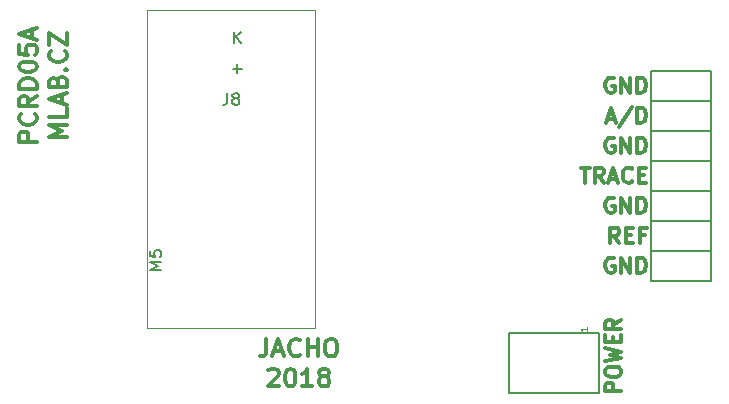
<source format=gbr>
G04 #@! TF.GenerationSoftware,KiCad,Pcbnew,(6.0.0-rc1-dev-205-gc0615c5ef)*
G04 #@! TF.CreationDate,2018-10-01T14:54:23+02:00*
G04 #@! TF.ProjectId,PCRD05A,504352443035412E6B696361645F7063,REV*
G04 #@! TF.SameCoordinates,Original*
G04 #@! TF.FileFunction,Legend,Top*
G04 #@! TF.FilePolarity,Positive*
%FSLAX46Y46*%
G04 Gerber Fmt 4.6, Leading zero omitted, Abs format (unit mm)*
G04 Created by KiCad (PCBNEW (6.0.0-rc1-dev-205-gc0615c5ef)) date 10/01/18 14:54:23*
%MOMM*%
%LPD*%
G01*
G04 APERTURE LIST*
%ADD10C,0.150000*%
%ADD11C,0.300000*%
%ADD12C,0.100000*%
%ADD13C,0.050000*%
G04 APERTURE END LIST*
D10*
X19177047Y28122571D02*
X19938952Y28122571D01*
X19558000Y27741619D02*
X19558000Y28503523D01*
X19296095Y30281619D02*
X19296095Y31281619D01*
X19867523Y30281619D02*
X19438952Y30853047D01*
X19867523Y31281619D02*
X19296095Y30710190D01*
D11*
X51876904Y13381904D02*
X51443571Y14000952D01*
X51134047Y13381904D02*
X51134047Y14681904D01*
X51629285Y14681904D01*
X51753095Y14620000D01*
X51815000Y14558095D01*
X51876904Y14434285D01*
X51876904Y14248571D01*
X51815000Y14124761D01*
X51753095Y14062857D01*
X51629285Y14000952D01*
X51134047Y14000952D01*
X52434047Y14062857D02*
X52867380Y14062857D01*
X53053095Y13381904D02*
X52434047Y13381904D01*
X52434047Y14681904D01*
X53053095Y14681904D01*
X54043571Y14062857D02*
X53610238Y14062857D01*
X53610238Y13381904D02*
X53610238Y14681904D01*
X54229285Y14681904D01*
X50886428Y23913333D02*
X51505476Y23913333D01*
X50762619Y23541904D02*
X51195952Y24841904D01*
X51629285Y23541904D01*
X52991190Y24903809D02*
X51876904Y23232380D01*
X53424523Y23541904D02*
X53424523Y24841904D01*
X53734047Y24841904D01*
X53919761Y24780000D01*
X54043571Y24656190D01*
X54105476Y24532380D01*
X54167380Y24284761D01*
X54167380Y24099047D01*
X54105476Y23851428D01*
X54043571Y23727619D01*
X53919761Y23603809D01*
X53734047Y23541904D01*
X53424523Y23541904D01*
X51443571Y12080000D02*
X51319761Y12141904D01*
X51134047Y12141904D01*
X50948333Y12080000D01*
X50824523Y11956190D01*
X50762619Y11832380D01*
X50700714Y11584761D01*
X50700714Y11399047D01*
X50762619Y11151428D01*
X50824523Y11027619D01*
X50948333Y10903809D01*
X51134047Y10841904D01*
X51257857Y10841904D01*
X51443571Y10903809D01*
X51505476Y10965714D01*
X51505476Y11399047D01*
X51257857Y11399047D01*
X52062619Y10841904D02*
X52062619Y12141904D01*
X52805476Y10841904D01*
X52805476Y12141904D01*
X53424523Y10841904D02*
X53424523Y12141904D01*
X53734047Y12141904D01*
X53919761Y12080000D01*
X54043571Y11956190D01*
X54105476Y11832380D01*
X54167380Y11584761D01*
X54167380Y11399047D01*
X54105476Y11151428D01*
X54043571Y11027619D01*
X53919761Y10903809D01*
X53734047Y10841904D01*
X53424523Y10841904D01*
X51443571Y17160000D02*
X51319761Y17221904D01*
X51134047Y17221904D01*
X50948333Y17160000D01*
X50824523Y17036190D01*
X50762619Y16912380D01*
X50700714Y16664761D01*
X50700714Y16479047D01*
X50762619Y16231428D01*
X50824523Y16107619D01*
X50948333Y15983809D01*
X51134047Y15921904D01*
X51257857Y15921904D01*
X51443571Y15983809D01*
X51505476Y16045714D01*
X51505476Y16479047D01*
X51257857Y16479047D01*
X52062619Y15921904D02*
X52062619Y17221904D01*
X52805476Y15921904D01*
X52805476Y17221904D01*
X53424523Y15921904D02*
X53424523Y17221904D01*
X53734047Y17221904D01*
X53919761Y17160000D01*
X54043571Y17036190D01*
X54105476Y16912380D01*
X54167380Y16664761D01*
X54167380Y16479047D01*
X54105476Y16231428D01*
X54043571Y16107619D01*
X53919761Y15983809D01*
X53734047Y15921904D01*
X53424523Y15921904D01*
X51443571Y27320000D02*
X51319761Y27381904D01*
X51134047Y27381904D01*
X50948333Y27320000D01*
X50824523Y27196190D01*
X50762619Y27072380D01*
X50700714Y26824761D01*
X50700714Y26639047D01*
X50762619Y26391428D01*
X50824523Y26267619D01*
X50948333Y26143809D01*
X51134047Y26081904D01*
X51257857Y26081904D01*
X51443571Y26143809D01*
X51505476Y26205714D01*
X51505476Y26639047D01*
X51257857Y26639047D01*
X52062619Y26081904D02*
X52062619Y27381904D01*
X52805476Y26081904D01*
X52805476Y27381904D01*
X53424523Y26081904D02*
X53424523Y27381904D01*
X53734047Y27381904D01*
X53919761Y27320000D01*
X54043571Y27196190D01*
X54105476Y27072380D01*
X54167380Y26824761D01*
X54167380Y26639047D01*
X54105476Y26391428D01*
X54043571Y26267619D01*
X53919761Y26143809D01*
X53734047Y26081904D01*
X53424523Y26081904D01*
X51443571Y22240000D02*
X51319761Y22301904D01*
X51134047Y22301904D01*
X50948333Y22240000D01*
X50824523Y22116190D01*
X50762619Y21992380D01*
X50700714Y21744761D01*
X50700714Y21559047D01*
X50762619Y21311428D01*
X50824523Y21187619D01*
X50948333Y21063809D01*
X51134047Y21001904D01*
X51257857Y21001904D01*
X51443571Y21063809D01*
X51505476Y21125714D01*
X51505476Y21559047D01*
X51257857Y21559047D01*
X52062619Y21001904D02*
X52062619Y22301904D01*
X52805476Y21001904D01*
X52805476Y22301904D01*
X53424523Y21001904D02*
X53424523Y22301904D01*
X53734047Y22301904D01*
X53919761Y22240000D01*
X54043571Y22116190D01*
X54105476Y21992380D01*
X54167380Y21744761D01*
X54167380Y21559047D01*
X54105476Y21311428D01*
X54043571Y21187619D01*
X53919761Y21063809D01*
X53734047Y21001904D01*
X53424523Y21001904D01*
X48657857Y19761904D02*
X49400714Y19761904D01*
X49029285Y18461904D02*
X49029285Y19761904D01*
X50576904Y18461904D02*
X50143571Y19080952D01*
X49834047Y18461904D02*
X49834047Y19761904D01*
X50329285Y19761904D01*
X50453095Y19700000D01*
X50515000Y19638095D01*
X50576904Y19514285D01*
X50576904Y19328571D01*
X50515000Y19204761D01*
X50453095Y19142857D01*
X50329285Y19080952D01*
X49834047Y19080952D01*
X51072142Y18833333D02*
X51691190Y18833333D01*
X50948333Y18461904D02*
X51381666Y19761904D01*
X51815000Y18461904D01*
X52991190Y18585714D02*
X52929285Y18523809D01*
X52743571Y18461904D01*
X52619761Y18461904D01*
X52434047Y18523809D01*
X52310238Y18647619D01*
X52248333Y18771428D01*
X52186428Y19019047D01*
X52186428Y19204761D01*
X52248333Y19452380D01*
X52310238Y19576190D01*
X52434047Y19700000D01*
X52619761Y19761904D01*
X52743571Y19761904D01*
X52929285Y19700000D01*
X52991190Y19638095D01*
X53548333Y19142857D02*
X53981666Y19142857D01*
X54167380Y18461904D02*
X53548333Y18461904D01*
X53548333Y19761904D01*
X54167380Y19761904D01*
X52023095Y807619D02*
X50723095Y807619D01*
X50723095Y1302857D01*
X50785000Y1426666D01*
X50846904Y1488571D01*
X50970714Y1550476D01*
X51156428Y1550476D01*
X51280238Y1488571D01*
X51342142Y1426666D01*
X51404047Y1302857D01*
X51404047Y807619D01*
X50723095Y2355238D02*
X50723095Y2602857D01*
X50785000Y2726666D01*
X50908809Y2850476D01*
X51156428Y2912380D01*
X51589761Y2912380D01*
X51837380Y2850476D01*
X51961190Y2726666D01*
X52023095Y2602857D01*
X52023095Y2355238D01*
X51961190Y2231428D01*
X51837380Y2107619D01*
X51589761Y2045714D01*
X51156428Y2045714D01*
X50908809Y2107619D01*
X50785000Y2231428D01*
X50723095Y2355238D01*
X50723095Y3345714D02*
X52023095Y3655238D01*
X51094523Y3902857D01*
X52023095Y4150476D01*
X50723095Y4460000D01*
X51342142Y4955238D02*
X51342142Y5388571D01*
X52023095Y5574285D02*
X52023095Y4955238D01*
X50723095Y4955238D01*
X50723095Y5574285D01*
X52023095Y6874285D02*
X51404047Y6440952D01*
X52023095Y6131428D02*
X50723095Y6131428D01*
X50723095Y6626666D01*
X50785000Y6750476D01*
X50846904Y6812380D01*
X50970714Y6874285D01*
X51156428Y6874285D01*
X51280238Y6812380D01*
X51342142Y6750476D01*
X51404047Y6626666D01*
X51404047Y6131428D01*
X22193571Y2583571D02*
X22265000Y2655000D01*
X22407857Y2726428D01*
X22765000Y2726428D01*
X22907857Y2655000D01*
X22979285Y2583571D01*
X23050714Y2440714D01*
X23050714Y2297857D01*
X22979285Y2083571D01*
X22122142Y1226428D01*
X23050714Y1226428D01*
X23979285Y2726428D02*
X24122142Y2726428D01*
X24265000Y2655000D01*
X24336428Y2583571D01*
X24407857Y2440714D01*
X24479285Y2155000D01*
X24479285Y1797857D01*
X24407857Y1512142D01*
X24336428Y1369285D01*
X24265000Y1297857D01*
X24122142Y1226428D01*
X23979285Y1226428D01*
X23836428Y1297857D01*
X23765000Y1369285D01*
X23693571Y1512142D01*
X23622142Y1797857D01*
X23622142Y2155000D01*
X23693571Y2440714D01*
X23765000Y2583571D01*
X23836428Y2655000D01*
X23979285Y2726428D01*
X25907857Y1226428D02*
X25050714Y1226428D01*
X25479285Y1226428D02*
X25479285Y2726428D01*
X25336428Y2512142D01*
X25193571Y2369285D01*
X25050714Y2297857D01*
X26765000Y2083571D02*
X26622142Y2155000D01*
X26550714Y2226428D01*
X26479285Y2369285D01*
X26479285Y2440714D01*
X26550714Y2583571D01*
X26622142Y2655000D01*
X26765000Y2726428D01*
X27050714Y2726428D01*
X27193571Y2655000D01*
X27265000Y2583571D01*
X27336428Y2440714D01*
X27336428Y2369285D01*
X27265000Y2226428D01*
X27193571Y2155000D01*
X27050714Y2083571D01*
X26765000Y2083571D01*
X26622142Y2012142D01*
X26550714Y1940714D01*
X26479285Y1797857D01*
X26479285Y1512142D01*
X26550714Y1369285D01*
X26622142Y1297857D01*
X26765000Y1226428D01*
X27050714Y1226428D01*
X27193571Y1297857D01*
X27265000Y1369285D01*
X27336428Y1512142D01*
X27336428Y1797857D01*
X27265000Y1940714D01*
X27193571Y2012142D01*
X27050714Y2083571D01*
X22015000Y5266428D02*
X22015000Y4195000D01*
X21943571Y3980714D01*
X21800714Y3837857D01*
X21586428Y3766428D01*
X21443571Y3766428D01*
X22657857Y4195000D02*
X23372142Y4195000D01*
X22515000Y3766428D02*
X23015000Y5266428D01*
X23515000Y3766428D01*
X24872142Y3909285D02*
X24800714Y3837857D01*
X24586428Y3766428D01*
X24443571Y3766428D01*
X24229285Y3837857D01*
X24086428Y3980714D01*
X24015000Y4123571D01*
X23943571Y4409285D01*
X23943571Y4623571D01*
X24015000Y4909285D01*
X24086428Y5052142D01*
X24229285Y5195000D01*
X24443571Y5266428D01*
X24586428Y5266428D01*
X24800714Y5195000D01*
X24872142Y5123571D01*
X25515000Y3766428D02*
X25515000Y5266428D01*
X25515000Y4552142D02*
X26372142Y4552142D01*
X26372142Y3766428D02*
X26372142Y5266428D01*
X27372142Y5266428D02*
X27657857Y5266428D01*
X27800714Y5195000D01*
X27943571Y5052142D01*
X28015000Y4766428D01*
X28015000Y4266428D01*
X27943571Y3980714D01*
X27800714Y3837857D01*
X27657857Y3766428D01*
X27372142Y3766428D01*
X27229285Y3837857D01*
X27086428Y3980714D01*
X27015000Y4266428D01*
X27015000Y4766428D01*
X27086428Y5052142D01*
X27229285Y5195000D01*
X27372142Y5266428D01*
X5123571Y22348571D02*
X3623571Y22348571D01*
X4695000Y22848571D01*
X3623571Y23348571D01*
X5123571Y23348571D01*
X5123571Y24777142D02*
X5123571Y24062857D01*
X3623571Y24062857D01*
X4695000Y25205714D02*
X4695000Y25920000D01*
X5123571Y25062857D02*
X3623571Y25562857D01*
X5123571Y26062857D01*
X4337857Y27062857D02*
X4409285Y27277142D01*
X4480714Y27348571D01*
X4623571Y27420000D01*
X4837857Y27420000D01*
X4980714Y27348571D01*
X5052142Y27277142D01*
X5123571Y27134285D01*
X5123571Y26562857D01*
X3623571Y26562857D01*
X3623571Y27062857D01*
X3695000Y27205714D01*
X3766428Y27277142D01*
X3909285Y27348571D01*
X4052142Y27348571D01*
X4195000Y27277142D01*
X4266428Y27205714D01*
X4337857Y27062857D01*
X4337857Y26562857D01*
X4980714Y28062857D02*
X5052142Y28134285D01*
X5123571Y28062857D01*
X5052142Y27991428D01*
X4980714Y28062857D01*
X5123571Y28062857D01*
X4980714Y29634285D02*
X5052142Y29562857D01*
X5123571Y29348571D01*
X5123571Y29205714D01*
X5052142Y28991428D01*
X4909285Y28848571D01*
X4766428Y28777142D01*
X4480714Y28705714D01*
X4266428Y28705714D01*
X3980714Y28777142D01*
X3837857Y28848571D01*
X3695000Y28991428D01*
X3623571Y29205714D01*
X3623571Y29348571D01*
X3695000Y29562857D01*
X3766428Y29634285D01*
X3623571Y30134285D02*
X3623571Y31134285D01*
X5123571Y30134285D01*
X5123571Y31134285D01*
X2583571Y21955714D02*
X1083571Y21955714D01*
X1083571Y22527142D01*
X1154999Y22670000D01*
X1226428Y22741428D01*
X1369285Y22812857D01*
X1583571Y22812857D01*
X1726428Y22741428D01*
X1797857Y22670000D01*
X1869285Y22527142D01*
X1869285Y21955714D01*
X2440714Y24312857D02*
X2512142Y24241428D01*
X2583571Y24027142D01*
X2583571Y23884285D01*
X2512142Y23670000D01*
X2369285Y23527142D01*
X2226428Y23455714D01*
X1940714Y23384285D01*
X1726428Y23384285D01*
X1440714Y23455714D01*
X1297857Y23527142D01*
X1154999Y23670000D01*
X1083571Y23884285D01*
X1083571Y24027142D01*
X1155000Y24241428D01*
X1226428Y24312857D01*
X2583571Y25812857D02*
X1869285Y25312857D01*
X2583571Y24955714D02*
X1083571Y24955714D01*
X1083571Y25527142D01*
X1155000Y25670000D01*
X1226428Y25741428D01*
X1369285Y25812857D01*
X1583571Y25812857D01*
X1726428Y25741428D01*
X1797857Y25670000D01*
X1869285Y25527142D01*
X1869285Y24955714D01*
X2583571Y26455714D02*
X1083571Y26455714D01*
X1083571Y26812857D01*
X1155000Y27027142D01*
X1297857Y27170000D01*
X1440714Y27241428D01*
X1726428Y27312857D01*
X1940714Y27312857D01*
X2226428Y27241428D01*
X2369285Y27170000D01*
X2512142Y27027142D01*
X2583571Y26812857D01*
X2583571Y26455714D01*
X1083571Y28241428D02*
X1083571Y28384285D01*
X1155000Y28527142D01*
X1226428Y28598571D01*
X1369285Y28670000D01*
X1655000Y28741428D01*
X2012142Y28741428D01*
X2297857Y28670000D01*
X2440714Y28598571D01*
X2512142Y28527142D01*
X2583571Y28384285D01*
X2583571Y28241428D01*
X2512142Y28098571D01*
X2440714Y28027142D01*
X2297857Y27955714D01*
X2012142Y27884285D01*
X1655000Y27884285D01*
X1369285Y27955714D01*
X1226428Y28027142D01*
X1155000Y28098571D01*
X1083571Y28241428D01*
X1083571Y30098571D02*
X1083571Y29384285D01*
X1797857Y29312857D01*
X1726428Y29384285D01*
X1655000Y29527142D01*
X1655000Y29884285D01*
X1726428Y30027142D01*
X1797857Y30098571D01*
X1940714Y30170000D01*
X2297857Y30170000D01*
X2440714Y30098571D01*
X2512142Y30027142D01*
X2583571Y29884285D01*
X2583571Y29527142D01*
X2512142Y29384285D01*
X2440714Y29312857D01*
X2155000Y30741428D02*
X2155000Y31455714D01*
X2583571Y30598571D02*
X1083571Y31098571D01*
X2583571Y31598571D01*
D10*
G04 #@! TO.C,J1*
X50165000Y5715000D02*
X50165000Y635000D01*
X50165000Y635000D02*
X42545000Y635000D01*
X42545000Y635000D02*
X42545000Y5715000D01*
X42545000Y5715000D02*
X50165000Y5715000D01*
G04 #@! TO.C,J2*
X59690000Y22860000D02*
X59690000Y20320000D01*
X54610000Y22860000D02*
X59690000Y22860000D01*
X54610000Y20320000D02*
X54610000Y22860000D01*
X59690000Y20320000D02*
X54610000Y20320000D01*
G04 #@! TO.C,J3*
X59690000Y17780000D02*
X54610000Y17780000D01*
X54610000Y17780000D02*
X54610000Y20320000D01*
X54610000Y20320000D02*
X59690000Y20320000D01*
X59690000Y20320000D02*
X59690000Y17780000D01*
G04 #@! TO.C,J4*
X59690000Y17780000D02*
X59690000Y15240000D01*
X54610000Y17780000D02*
X59690000Y17780000D01*
X54610000Y15240000D02*
X54610000Y17780000D01*
X59690000Y15240000D02*
X54610000Y15240000D01*
G04 #@! TO.C,J5*
X59690000Y27940000D02*
X59690000Y25400000D01*
X54610000Y27940000D02*
X59690000Y27940000D01*
X54610000Y25400000D02*
X54610000Y27940000D01*
X59690000Y25400000D02*
X54610000Y25400000D01*
G04 #@! TO.C,J6*
X59690000Y22860000D02*
X54610000Y22860000D01*
X54610000Y22860000D02*
X54610000Y25400000D01*
X54610000Y25400000D02*
X59690000Y25400000D01*
X59690000Y25400000D02*
X59690000Y22860000D01*
G04 #@! TO.C,J7*
X59690000Y10160000D02*
X54610000Y10160000D01*
X54610000Y10160000D02*
X54610000Y12700000D01*
X54610000Y12700000D02*
X59690000Y12700000D01*
X59690000Y12700000D02*
X59690000Y10160000D01*
G04 #@! TO.C,J11*
X54610000Y15240000D02*
X59690000Y15240000D01*
X59690000Y15240000D02*
X59690000Y12700000D01*
X59690000Y12700000D02*
X54610000Y12700000D01*
X54610000Y12700000D02*
X54610000Y15240000D01*
D12*
G04 #@! TO.C,J8*
X26150000Y6140000D02*
X11950000Y6140000D01*
X26150000Y6140000D02*
X26150000Y33140000D01*
X26150000Y33140000D02*
X11950000Y33140000D01*
X11950000Y6140000D02*
X11950000Y33140000D01*
G04 #@! TO.C,J1*
D13*
X49121190Y6238857D02*
X49121190Y5953142D01*
X49121190Y6096000D02*
X48621190Y6096000D01*
X48692619Y6048380D01*
X48740238Y6000761D01*
X48764047Y5953142D01*
G04 #@! TO.C,M5*
D10*
X13127380Y11090476D02*
X12127380Y11090476D01*
X12841666Y11423809D01*
X12127380Y11757142D01*
X13127380Y11757142D01*
X12127380Y12709523D02*
X12127380Y12233333D01*
X12603571Y12185714D01*
X12555952Y12233333D01*
X12508333Y12328571D01*
X12508333Y12566666D01*
X12555952Y12661904D01*
X12603571Y12709523D01*
X12698809Y12757142D01*
X12936904Y12757142D01*
X13032142Y12709523D01*
X13079761Y12661904D01*
X13127380Y12566666D01*
X13127380Y12328571D01*
X13079761Y12233333D01*
X13032142Y12185714D01*
G04 #@! TO.C,J8*
X18716666Y26067619D02*
X18716666Y25353333D01*
X18669047Y25210476D01*
X18573809Y25115238D01*
X18430952Y25067619D01*
X18335714Y25067619D01*
X19335714Y25639047D02*
X19240476Y25686666D01*
X19192857Y25734285D01*
X19145238Y25829523D01*
X19145238Y25877142D01*
X19192857Y25972380D01*
X19240476Y26020000D01*
X19335714Y26067619D01*
X19526190Y26067619D01*
X19621428Y26020000D01*
X19669047Y25972380D01*
X19716666Y25877142D01*
X19716666Y25829523D01*
X19669047Y25734285D01*
X19621428Y25686666D01*
X19526190Y25639047D01*
X19335714Y25639047D01*
X19240476Y25591428D01*
X19192857Y25543809D01*
X19145238Y25448571D01*
X19145238Y25258095D01*
X19192857Y25162857D01*
X19240476Y25115238D01*
X19335714Y25067619D01*
X19526190Y25067619D01*
X19621428Y25115238D01*
X19669047Y25162857D01*
X19716666Y25258095D01*
X19716666Y25448571D01*
X19669047Y25543809D01*
X19621428Y25591428D01*
X19526190Y25639047D01*
G04 #@! TD*
M02*

</source>
